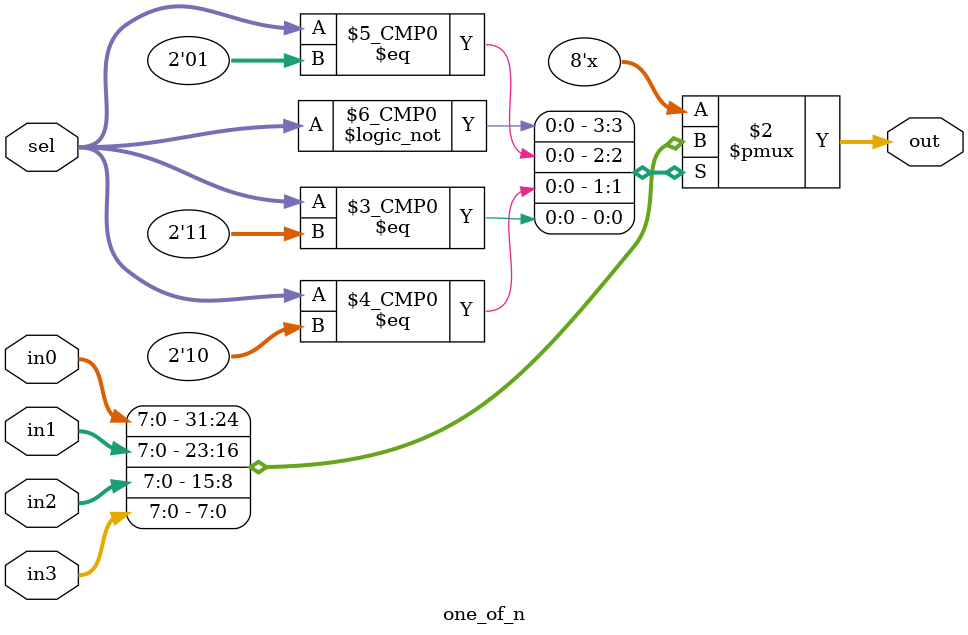
<source format=v>
/*
Copyright (c) 2015 Princeton University
All rights reserved.

Redistribution and use in source and binary forms, with or without
modification, are permitted provided that the following conditions are met:
    * Redistributions of source code must retain the above copyright
      notice, this list of conditions and the following disclaimer.
    * Redistributions in binary form must reproduce the above copyright
      notice, this list of conditions and the following disclaimer in the
      documentation and/or other materials provided with the distribution.
    * Neither the name of Princeton University nor the
      names of its contributors may be used to endorse or promote products
      derived from this software without specific prior written permission.

THIS SOFTWARE IS PROVIDED BY PRINCETON UNIVERSITY "AS IS" AND
ANY EXPRESS OR IMPLIED WARRANTIES, INCLUDING, BUT NOT LIMITED TO, THE IMPLIED
WARRANTIES OF MERCHANTABILITY AND FITNESS FOR A PARTICULAR PURPOSE ARE
DISCLAIMED. IN NO EVENT SHALL PRINCETON UNIVERSITY BE LIABLE FOR ANY
DIRECT, INDIRECT, INCIDENTAL, SPECIAL, EXEMPLARY, OR CONSEQUENTIAL DAMAGES
(INCLUDING, BUT NOT LIMITED TO, PROCUREMENT OF SUBSTITUTE GOODS OR SERVICES;
LOSS OF USE, DATA, OR PROFITS; OR BUSINESS INTERRUPTION) HOWEVER CAUSED AND
ON ANY THEORY OF LIABILITY, WHETHER IN CONTRACT, STRICT LIABILITY, OR TORT
(INCLUDING NEGLIGENCE OR OTHERWISE) ARISING IN ANY WAY OUT OF THE USE OF THIS
SOFTWARE, EVEN IF ADVISED OF THE POSSIBILITY OF SUCH DAMAGE.
*/
// /home/zjl/openpiton/piton/verif/env/manycore/devices.xml

module one_of_n(
  
  in0,
  in1,
  in2,
  in3,

  sel,
  out);
    parameter WIDTH = 8;
    parameter BHC = 10;
    input [1:0] sel;
    input [WIDTH-1:0] in0,in1,in2,in3;

    output reg [WIDTH-1:0] out;
    always@(*)
    begin
        out={WIDTH{1'b0}};
        case(sel)
        
            2'd0:out=in0;
            2'd1:out=in1;
            2'd2:out=in2;
            2'd3:out=in3;

            default:; // indicates null
        endcase
    end
endmodule



</source>
